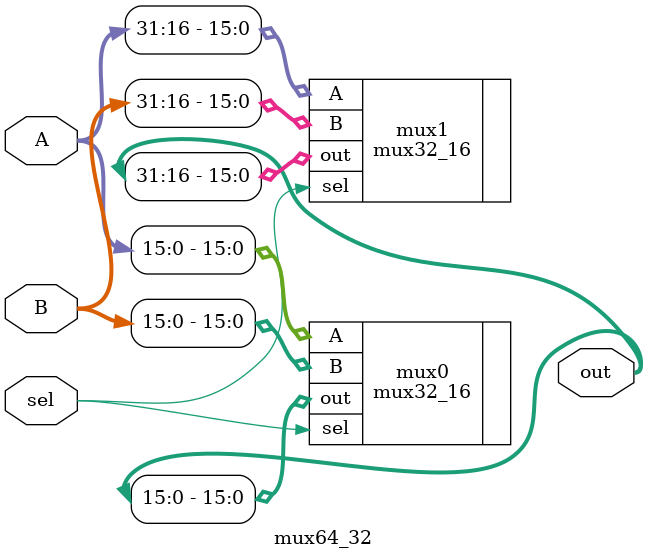
<source format=v>
module mux64_32 (A, B, sel, out);

    input [31:0] A;
    input [31:0] B;
    input sel;
    
    output [31:0] out;
    
    mux32_16 mux0 (.A(A[15:0]), .B(B[15:0]), .sel(sel), .out(out[15:0]));
    mux32_16 mux1 (.A(A[31:16]), .B(B[31:16]), .sel(sel), .out(out[31:16]));
    
endmodule

</source>
